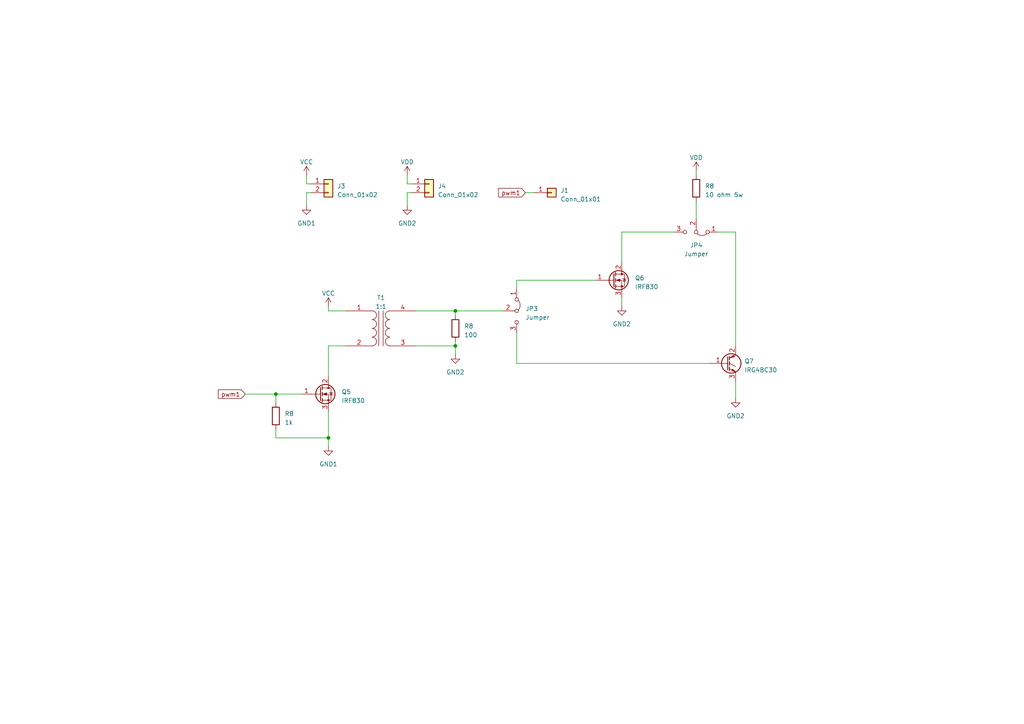
<source format=kicad_sch>
(kicad_sch (version 20230121) (generator eeschema)
  (paper "A4")
  (lib_symbols
    (symbol "Connector_Generic:Conn_01x01" (pin_names (offset 1.016) hide)
      (property "Reference" "J" (at 0 2.54 0))
      (property "Value" "Conn_01x01" (at 0 -2.54 0))
      (symbol "Conn_01x01_1_1"
        (rectangle (start -1.27 0.127) (end 0 -0.127) (stroke (width 0.1524)))
        (rectangle (start -1.27 1.27) (end 1.27 -1.27) (stroke (width 0.254)) (fill (type background)))
        (pin passive line (at -5.08 0 0) (length 3.81) (name "Pin_1") (number "1"))
      )
    )
    (symbol "Connector_Generic:Conn_01x02" (pin_names (offset 1.016) hide)
      (property "Reference" "J" (at 0 2.54 0))
      (property "Value" "Conn_01x02" (at 0 -5.08 0))
      (symbol "Conn_01x02_1_1"
        (rectangle (start -1.27 -2.413) (end 0 -2.667) (stroke (width 0.1524)))
        (rectangle (start -1.27 0.127) (end 0 -0.127) (stroke (width 0.1524)))
        (rectangle (start -1.27 1.27) (end 1.27 -3.81) (stroke (width 0.254)) (fill (type background)))
        (pin passive line (at -5.08 0 0) (length 3.81) (name "Pin_1") (number "1"))
        (pin passive line (at -5.08 -2.54 0) (length 3.81) (name "Pin_2") (number "2"))
      )
    )
    (symbol "Device:R" (pin_numbers hide) (pin_names (offset 0))
      (property "Reference" "R" (at 2.032 0 90))
      (property "Value" "R" (at 0 0 90))
      (symbol "R_0_1"
        (rectangle (start -1.016 -2.54) (end 1.016 2.54) (stroke (width 0.254)))
      )
      (symbol "R_1_1"
        (pin passive line (at 0 3.81 270) (length 1.27) (name "~") (number "1"))
        (pin passive line (at 0 -3.81 90) (length 1.27) (name "~") (number "2"))
      )
    )
    (symbol "Device:Transformer_1P_1S" (pin_names (offset 1.016) hide)
      (property "Reference" "T" (at 0 6.35 0))
      (property "Value" "Transformer_1P_1S" (at 0 -7.62 0))
      (symbol "Transformer_1P_1S_0_1"
        (arc (start -2.54 -5.0546) (mid -1.6599 -4.6901) (end -1.27 -3.81))
        (arc (start -2.54 -2.5146) (mid -1.6599 -2.1501) (end -1.27 -1.27))
        (arc (start -2.54 0.0254) (mid -1.6599 0.3899) (end -1.27 1.27))
        (arc (start -2.54 2.5654) (mid -1.6599 2.9299) (end -1.27 3.81))
        (arc (start -1.27 -3.81) (mid -1.642 -2.912) (end -2.54 -2.54))
        (arc (start -1.27 -1.27) (mid -1.642 -0.372) (end -2.54 0))
        (arc (start -1.27 1.27) (mid -1.642 2.168) (end -2.54 2.54))
        (arc (start -1.27 3.81) (mid -1.642 4.708) (end -2.54 5.08))
        (polyline (pts (xy -0.635 5.08) (xy -0.635 -5.08)))
        (polyline (pts (xy 0.635 -5.08) (xy 0.635 5.08)))
        (arc (start 1.2954 -1.27) (mid 1.6599 -2.1501) (end 2.54 -2.5146))
        (arc (start 1.2954 1.27) (mid 1.6599 0.3899) (end 2.54 0.0254))
        (arc (start 1.2954 3.81) (mid 1.6599 2.9299) (end 2.54 2.5654))
        (arc (start 1.3208 -3.81) (mid 1.6853 -4.6901) (end 2.5654 -5.0546))
        (arc (start 2.54 0) (mid 1.642 -0.372) (end 1.2954 -1.27))
        (arc (start 2.54 2.54) (mid 1.642 2.168) (end 1.2954 1.27))
        (arc (start 2.54 5.08) (mid 1.642 4.708) (end 1.2954 3.81))
        (arc (start 2.5654 -2.54) (mid 1.6674 -2.912) (end 1.3208 -3.81))
      )
      (symbol "Transformer_1P_1S_1_1"
        (pin passive line (at -10.16 5.08 0) (length 7.62) (name "AA") (number "1"))
        (pin passive line (at -10.16 -5.08 0) (length 7.62) (name "AB") (number "2"))
        (pin passive line (at 10.16 -5.08 180) (length 7.62) (name "SA") (number "3"))
        (pin passive line (at 10.16 5.08 180) (length 7.62) (name "SB") (number "4"))
      )
    )
    (symbol "Jumper:Jumper_3_Bridged12" (pin_names (offset 0) hide)
      (property "Reference" "JP" (at -2.54 -2.54 0))
      (property "Value" "Jumper_3_Bridged12" (at 0 2.794 0))
      (symbol "Jumper_3_Bridged12_0_0"
        (circle (center -3.302 0) (radius 0.508))
        (circle (center 0 0) (radius 0.508))
        (circle (center 3.302 0) (radius 0.508))
      )
      (symbol "Jumper_3_Bridged12_0_1"
        (arc (start -0.254 0.508) (mid -1.651 0.9912) (end -3.048 0.508))
        (polyline (pts (xy 0 -1.27) (xy 0 -0.508)))
      )
      (symbol "Jumper_3_Bridged12_1_1"
        (pin passive line (at -6.35 0 0) (length 2.54) (name "A") (number "1"))
        (pin passive line (at 0 -3.81 90) (length 2.54) (name "C") (number "2"))
        (pin passive line (at 6.35 0 180) (length 2.54) (name "B") (number "3"))
      )
    )
    (symbol "Transistor_FET:IRF740" (pin_names hide)
      (property "Reference" "Q" (at 6.35 1.905 0))
      (property "Value" "IRF740" (at 6.35 0 0))
      (symbol "IRF740_0_1"
        (polyline (pts (xy 0.254 0) (xy -2.54 0)))
        (polyline (pts (xy 0.254 1.905) (xy 0.254 -1.905)) (stroke (width 0.254)))
        (polyline (pts (xy 0.762 -1.27) (xy 0.762 -2.286)) (stroke (width 0.254)))
        (polyline (pts (xy 0.762 0.508) (xy 0.762 -0.508)) (stroke (width 0.254)))
        (polyline (pts (xy 0.762 2.286) (xy 0.762 1.27)) (stroke (width 0.254)))
        (polyline (pts (xy 2.54 2.54) (xy 2.54 1.778)))
        (polyline (pts (xy 2.54 -2.54) (xy 2.54 0) (xy 0.762 0)))
        (polyline (pts (xy 0.762 -1.778) (xy 3.302 -1.778) (xy 3.302 1.778) (xy 0.762 1.778)))
        (polyline (pts (xy 1.016 0) (xy 2.032 0.381) (xy 2.032 -0.381) (xy 1.016 0)) (fill (type outline)))
        (polyline (pts (xy 2.794 0.508) (xy 2.921 0.381) (xy 3.683 0.381) (xy 3.81 0.254)))
        (polyline (pts (xy 3.302 0.381) (xy 2.921 -0.254) (xy 3.683 -0.254) (xy 3.302 0.381)))
        (circle (center 1.651 0) (radius 2.794) (stroke (width 0.254)))
        (circle (center 2.54 -1.778) (radius 0.254) (fill (type outline)))
        (circle (center 2.54 1.778) (radius 0.254) (fill (type outline)))
      )
      (symbol "IRF740_1_1"
        (pin input line (at -5.08 0 0) (length 2.54) (name "G") (number "1"))
        (pin passive line (at 2.54 5.08 270) (length 2.54) (name "D") (number "2"))
        (pin passive line (at 2.54 -5.08 90) (length 2.54) (name "S") (number "3"))
      )
    )
    (symbol "Transistor_IGBT:IRG4PF50W" (pin_names (offset 0) hide)
      (property "Reference" "Q" (at 5.08 1.905 0))
      (property "Value" "IRG4PF50W" (at 5.08 0 0))
      (symbol "IRG4PF50W_0_1"
        (polyline (pts (xy 0 0) (xy 0.254 0)))
        (polyline (pts (xy 0.762 -1.016) (xy 0.762 -2.032)) (stroke (width 0.254)))
        (polyline (pts (xy 0.762 0.508) (xy 0.762 -0.508)) (stroke (width 0.254)))
        (polyline (pts (xy 0.762 2.032) (xy 0.762 1.016)) (stroke (width 0.254)))
        (polyline (pts (xy 2.54 -2.413) (xy 0.762 -1.524)))
        (polyline (pts (xy 2.54 -0.889) (xy 0.762 0)))
        (polyline (pts (xy 2.54 2.413) (xy 0.762 1.524)))
        (polyline (pts (xy 0.254 1.905) (xy 0.254 -1.905) (xy 0.254 -1.905)) (stroke (width 0.254)))
        (polyline (pts (xy 1.397 -2.159) (xy 1.651 -1.651) (xy 2.54 -2.413) (xy 1.397 -2.159)) (fill (type outline)))
        (polyline (pts (xy 2.159 1.905) (xy 1.905 2.413) (xy 1.016 1.651) (xy 2.159 1.905)) (fill (type outline)))
        (circle (center 1.27 0) (radius 2.8194) (stroke (width 0.254)))
      )
      (symbol "IRG4PF50W_1_1"
        (pin input line (at -5.08 0 0) (length 5.08) (name "G") (number "1"))
        (pin passive line (at 2.54 5.08 270) (length 2.54) (name "C") (number "2"))
        (pin passive line (at 2.54 -5.08 90) (length 2.54) (name "E") (number "3"))
      )
    )
    (symbol "power:GND1" (power) (pin_names (offset 0))
      (property "Value" "GND1" (at 0 -3.81 0))
      (symbol "GND1_0_1"
        (polyline (pts (xy 0 0) (xy 0 -1.27) (xy 1.27 -1.27) (xy 0 -2.54) (xy -1.27 -1.27) (xy 0 -1.27)))
      )
      (symbol "GND1_1_1"
        (pin power_in line (at 0 0 270) (length 0) hide (name "GND1") (number "1"))
      )
    )
    (symbol "power:GND2" (power) (pin_names (offset 0))
      (property "Value" "GND2" (at 0 -3.81 0))
      (symbol "GND2_0_1"
        (polyline (pts (xy 0 0) (xy 0 -1.27) (xy 1.27 -1.27) (xy 0 -2.54) (xy -1.27 -1.27) (xy 0 -1.27)))
      )
      (symbol "GND2_1_1"
        (pin power_in line (at 0 0 270) (length 0) hide (name "GND2") (number "1"))
      )
    )
    (symbol "power:VCC" (power) (pin_names (offset 0))
      (property "Value" "VCC" (at 0 3.81 0))
      (symbol "VCC_0_1"
        (polyline (pts (xy -0.762 1.27) (xy 0 2.54)))
        (polyline (pts (xy 0 0) (xy 0 2.54)))
        (polyline (pts (xy 0 2.54) (xy 0.762 1.27)))
      )
      (symbol "VCC_1_1"
        (pin power_in line (at 0 0 90) (length 0) hide (name "VCC") (number "1"))
      )
    )
    (symbol "power:VDD" (power) (pin_names (offset 0))
      (property "Value" "VDD" (at 0 3.81 0))
      (symbol "VDD_0_1"
        (polyline (pts (xy -0.762 1.27) (xy 0 2.54)))
        (polyline (pts (xy 0 0) (xy 0 2.54)))
        (polyline (pts (xy 0 2.54) (xy 0.762 1.27)))
      )
      (symbol "VDD_1_1"
        (pin power_in line (at 0 0 90) (length 0) hide (name "VDD") (number "1"))
      )
    )
  )
  (junction (at 132.08 100.33))
  (junction (at 95.25 127))
  (junction (at 80.01 114.3))
  (junction (at 132.08 90.17))
  (wire (pts (xy 201.93 58.42) (xy 201.93 63.5)))
  (wire (pts (xy 132.08 90.17) (xy 132.08 91.44)))
  (wire (pts (xy 118.11 55.88) (xy 118.11 59.69)))
  (wire (pts (xy 132.08 100.33) (xy 132.08 102.87)))
  (wire (pts (xy 95.25 119.38) (xy 95.25 127)))
  (wire (pts (xy 132.08 90.17) (xy 146.05 90.17)))
  (wire (pts (xy 88.9 53.34) (xy 88.9 50.8)))
  (wire (pts (xy 90.17 53.34) (xy 88.9 53.34)))
  (wire (pts (xy 201.93 49.53) (xy 201.93 50.8)))
  (wire (pts (xy 119.38 55.88) (xy 118.11 55.88)))
  (wire (pts (xy 172.72 81.28) (xy 149.86 81.28)))
  (wire (pts (xy 95.25 127) (xy 95.25 129.54)))
  (wire (pts (xy 118.11 53.34) (xy 118.11 50.8)))
  (wire (pts (xy 120.65 100.33) (xy 132.08 100.33)))
  (wire (pts (xy 80.01 127) (xy 95.25 127)))
  (wire (pts (xy 213.36 110.49) (xy 213.36 115.57)))
  (wire (pts (xy 119.38 53.34) (xy 118.11 53.34)))
  (wire (pts (xy 71.12 114.3) (xy 80.01 114.3)))
  (wire (pts (xy 180.34 67.31) (xy 180.34 76.2)))
  (wire (pts (xy 95.25 100.33) (xy 95.25 109.22)))
  (wire (pts (xy 80.01 114.3) (xy 80.01 116.84)))
  (wire (pts (xy 149.86 105.41) (xy 149.86 96.52)))
  (wire (pts (xy 100.33 100.33) (xy 95.25 100.33)))
  (wire (pts (xy 149.86 81.28) (xy 149.86 83.82)))
  (wire (pts (xy 88.9 55.88) (xy 88.9 59.69)))
  (wire (pts (xy 80.01 124.46) (xy 80.01 127)))
  (wire (pts (xy 90.17 55.88) (xy 88.9 55.88)))
  (wire (pts (xy 195.58 67.31) (xy 180.34 67.31)))
  (wire (pts (xy 213.36 67.31) (xy 213.36 100.33)))
  (wire (pts (xy 132.08 99.06) (xy 132.08 100.33)))
  (wire (pts (xy 205.74 105.41) (xy 149.86 105.41)))
  (wire (pts (xy 80.01 114.3) (xy 87.63 114.3)))
  (wire (pts (xy 180.34 86.36) (xy 180.34 88.9)))
  (wire (pts (xy 120.65 90.17) (xy 132.08 90.17)))
  (wire (pts (xy 95.25 90.17) (xy 100.33 90.17)))
  (wire (pts (xy 95.25 88.9) (xy 95.25 90.17)))
  (wire (pts (xy 208.28 67.31) (xy 213.36 67.31)))
  (wire (pts (xy 152.4 55.88) (xy 154.94 55.88)))
  (global_label "pwm1" (shape input) (at 152.4 55.88 180) (property "Intersheetrefs" "${INTERSHEET_REFS}" (effects hide)))
  (global_label "pwm1" (shape input) (at 71.12 114.3 180) (property "Intersheetrefs" "${INTERSHEET_REFS}" (effects hide)))
  (symbol (lib_id "power:GND2") (at 118.11 59.69 0) (unit 1)
    (property "Reference" "#PWR014" (effects hide))
    (property "Value" "GND2" (at 118.11 64.77 0))
  )
  (symbol (lib_id "Connector_Generic:Conn_01x02") (at 124.46 53.34 0) (unit 1)
    (property "Reference" "J4" (at 127 53.975 0) (effects (justify left)))
    (property "Value" "Conn_01x02" (at 127 56.515 0) (effects (justify left)))
    (property "Footprint" "Connector_Wire:SolderWire-0.5sqmm_1x02_P4.6mm_D0.9mm_OD2.1mm" (effects hide))
  )
  (symbol (lib_id "power:VCC") (at 88.9 50.8 0) (unit 1)
    (property "Reference" "#PWR09" (effects hide))
    (property "Value" "VCC" (at 88.9 46.99 0))
  )
  (symbol (lib_id "Device:Transformer_1P_1S") (at 110.49 95.25 0) (unit 1)
    (property "Reference" "T1" (at 110.5027 86.36 0))
    (property "Value" "1:1" (at 110.5027 88.9 0))
  )
  (symbol (lib_id "Device:R") (at 80.01 120.65 180) (unit 1)
    (property "Reference" "R8" (at 82.55 120.015 0) (effects (justify right)))
    (property "Value" "1k" (at 82.55 122.555 0) (effects (justify right)))
    (property "Footprint" "Resistor_THT:R_Axial_DIN0207_L6.3mm_D2.5mm_P7.62mm_Horizontal" (effects hide))
    (instances (project "Driver_transistor" (path "" (reference "R8") (unit 1)) (path "" (reference "R9") (unit 1))))
  )
  (symbol (lib_id "Connector_Generic:Conn_01x01") (at 160.02 55.88 0) (unit 1)
    (property "Reference" "J1" (at 162.56 55.245 0) (effects (justify left)))
    (property "Value" "Conn_01x01" (at 162.56 57.785 0) (effects (justify left)))
    (property "Footprint" "Connector_PinHeader_2.00mm:PinHeader_1x01_P2.00mm_Vertical" (effects hide))
    (instances (project "Driver_transistor" (path "" (reference "J1") (unit 1)) (path "" (reference "J5") (unit 1))))
  )
  (symbol (lib_id "power:VCC") (at 95.25 88.9 0) (unit 1)
    (property "Reference" "#PWR011" (effects hide))
    (property "Value" "VCC" (at 95.25 85.09 0))
  )
  (symbol (lib_id "Transistor_FET:IRF740") (at 92.71 114.3 0) (unit 1)
    (property "Reference" "Q5" (at 99.06 113.665 0) (effects (justify left)))
    (property "Value" "IRF830" (at 99.06 116.205 0) (effects (justify left)))
    (property "Footprint" "Package_TO_SOT_THT:TO-220-3_Vertical" (effects hide))
    (property "Datasheet" "http://www.vishay.com/docs/91054/91054.pdf" (effects hide))
  )
  (symbol (lib_id "power:GND1") (at 88.9 59.69 0) (unit 1)
    (property "Reference" "#PWR010" (effects hide))
    (property "Value" "GND1" (at 88.9 64.77 0))
  )
  (symbol (lib_id "Jumper:Jumper_3_Bridged12") (at 201.93 67.31 180) (unit 1)
    (property "Reference" "JP4" (at 201.93 71.12 0))
    (property "Value" "Jumper" (at 201.93 73.66 0))
    (property "Footprint" "Connector_PinHeader_2.00mm:PinHeader_1x03_P2.00mm_Vertical" (effects hide))
  )
  (symbol (lib_id "power:GND2") (at 180.34 88.9 0) (unit 1)
    (property "Reference" "#PWR016" (effects hide))
    (property "Value" "GND2" (at 180.34 93.98 0))
  )
  (symbol (lib_id "Jumper:Jumper_3_Bridged12") (at 149.86 90.17 270) (unit 1)
    (property "Reference" "JP3" (at 152.4 89.535 90) (effects (justify left)))
    (property "Value" "Jumper" (at 152.4 92.075 90) (effects (justify left)))
    (property "Footprint" "Connector_PinHeader_2.00mm:PinHeader_1x03_P2.00mm_Vertical" (effects hide))
  )
  (symbol (lib_id "power:VDD") (at 118.11 50.8 0) (unit 1)
    (property "Reference" "#PWR013" (effects hide))
    (property "Value" "VDD" (at 118.11 46.99 0))
  )
  (symbol (lib_id "Transistor_FET:IRF740") (at 177.8 81.28 0) (unit 1)
    (property "Reference" "Q6" (at 184.15 80.645 0) (effects (justify left)))
    (property "Value" "IRF830" (at 184.15 83.185 0) (effects (justify left)))
    (property "Footprint" "Package_TO_SOT_THT:TO-220-3_Vertical" (effects hide))
    (property "Datasheet" "http://www.vishay.com/docs/91054/91054.pdf" (effects hide))
  )
  (symbol (lib_id "Device:R") (at 201.93 54.61 180) (unit 1)
    (property "Reference" "R8" (at 204.47 53.975 0) (effects (justify right)))
    (property "Value" "10 ohm 5w" (at 204.47 56.515 0) (effects (justify right)))
    (property "Footprint" "Resistor_THT:R_Axial_Power_L20.0mm_W6.4mm_P22.40mm" (effects hide))
    (instances (project "Driver_transistor" (path "" (reference "R8") (unit 1)) (path "" (reference "R11") (unit 1))))
  )
  (symbol (lib_id "Device:R") (at 132.08 95.25 180) (unit 1)
    (property "Reference" "R8" (at 134.62 94.615 0) (effects (justify right)))
    (property "Value" "100" (at 134.62 97.155 0) (effects (justify right)))
    (property "Footprint" "Resistor_THT:R_Axial_DIN0207_L6.3mm_D2.5mm_P7.62mm_Horizontal" (effects hide))
    (instances (project "Driver_transistor" (path "" (reference "R8") (unit 1)) (path "" (reference "R10") (unit 1))))
  )
  (symbol (lib_id "Transistor_IGBT:IRG4PF50W") (at 210.82 105.41 0) (unit 1)
    (property "Reference" "Q7" (at 215.9 104.775 0) (effects (justify left)))
    (property "Value" "IRG4BC30" (at 215.9 107.315 0) (effects (justify left)))
    (property "Footprint" "Package_TO_SOT_THT:TO-247-3_Vertical" (effects hide))
    (property "Datasheet" "http://www.irf.com/product-info/datasheets/data/irg4pf50w.pdf" (effects hide))
  )
  (symbol (lib_id "power:GND2") (at 213.36 115.57 0) (unit 1)
    (property "Reference" "#PWR018" (effects hide))
    (property "Value" "GND2" (at 213.36 120.65 0))
  )
  (symbol (lib_id "power:GND2") (at 132.08 102.87 0) (unit 1)
    (property "Reference" "#PWR015" (effects hide))
    (property "Value" "GND2" (at 132.08 107.95 0))
  )
  (symbol (lib_id "power:GND1") (at 95.25 129.54 0) (unit 1)
    (property "Reference" "#PWR012" (effects hide))
    (property "Value" "GND1" (at 95.25 134.62 0))
  )
  (symbol (lib_id "power:VDD") (at 201.93 49.53 0) (unit 1)
    (property "Reference" "#PWR017" (effects hide))
    (property "Value" "VDD" (at 201.93 45.72 0))
  )
  (symbol (lib_id "Connector_Generic:Conn_01x02") (at 95.25 53.34 0) (unit 1)
    (property "Reference" "J3" (at 97.79 53.975 0) (effects (justify left)))
    (property "Value" "Conn_01x02" (at 97.79 56.515 0) (effects (justify left)))
    (property "Footprint" "Connector_Wire:SolderWire-0.5sqmm_1x02_P4.6mm_D0.9mm_OD2.1mm" (effects hide))
  )
)
</source>
